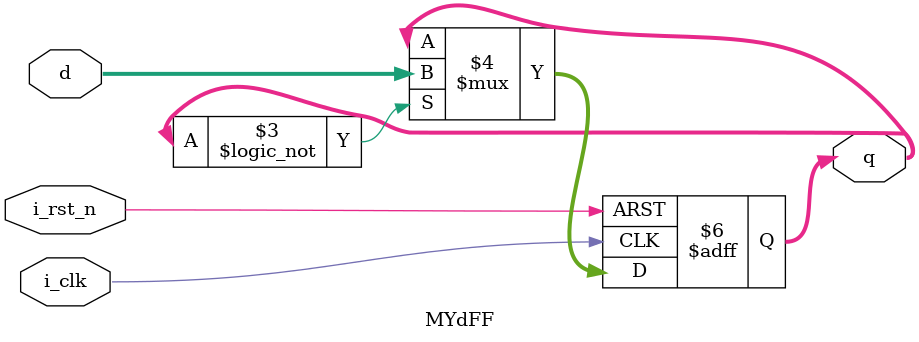
<source format=sv>
module MYdFF(
    input i_clk, 
    input i_rst_n, 
    input [15:0] d,
    output reg [15:0] q 
);


	always_ff @(posedge i_clk, negedge i_rst_n) begin
		 if(!i_rst_n) begin
			  q <= 16'd0;
		 end
		 else begin 
			  if(q==16'd0)begin q <= d;end
		 end
	end
endmodule
</source>
